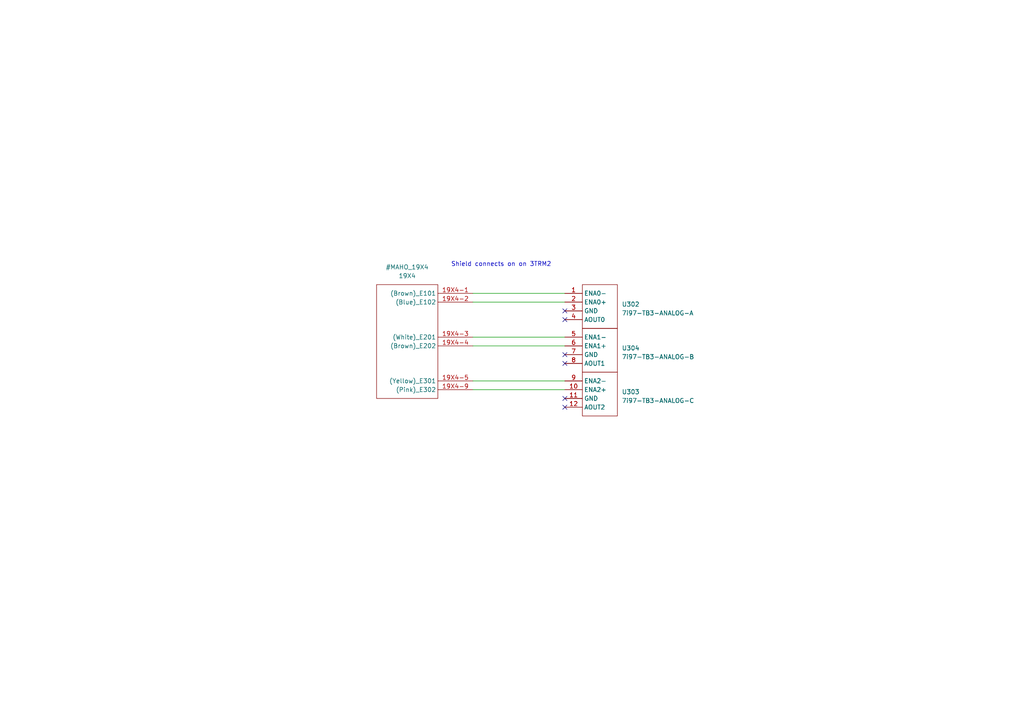
<source format=kicad_sch>
(kicad_sch (version 20230121) (generator eeschema)
  (paper "A4")
  (lib_symbols
    (symbol "MAHO:19Χ4"
      (property "Reference" "U" (at 0 22.86 0))
      (property "Value" "19Χ4" (at 0 20.32 0))
      (symbol "19Χ4_0_1"
        (rectangle (start -8.89 17.78) (end 8.89 -15.24))
      )
      (symbol "19Χ4_1_1"
        (pin passive line (at 19.05 15.24 180) (length 10.16) (name "(Brown)_E101") (number "19Χ4-1"))
        (pin passive line (at 19.05 12.7 180) (length 10.16) (name "(Blue)_E102") (number "19Χ4-2"))
        (pin passive line (at 19.05 2.54 180) (length 10.16) (name "(White)_E201") (number "19Χ4-3"))
        (pin passive line (at 19.05 0 180) (length 10.16) (name "(Brown)_E202") (number "19Χ4-4"))
        (pin passive line (at 19.05 -10.16 180) (length 10.16) (name "(Yellow)_E301") (number "19Χ4-5"))
        (pin passive line (at 19.05 -12.7 180) (length 10.16) (name "(Pink)_E302") (number "19Χ4-9"))
      )
    )
    (symbol "MAHO:7i97-TB3-ANALOG-A"
      (property "Reference" "U" (at 0 11.43 0))
      (property "Value" "7i97-TB3-ANALOG-A" (at 0 8.89 0))
      (symbol "7i97-TB3-ANALOG-A_0_1"
        (rectangle (start -5.08 6.35) (end 5.08 -6.35) (stroke (width 0.1524)))
      )
      (symbol "7i97-TB3-ANALOG-A_1_1"
        (pin passive line (at -10.16 3.81 0) (length 5.08) (name "ENA0-") (number "1"))
        (pin passive line (at -10.16 1.27 0) (length 5.08) (name "ENA0+") (number "2"))
        (pin passive line (at -10.16 -1.27 0) (length 5.08) (name "GND") (number "3"))
        (pin passive line (at -10.16 -3.81 0) (length 5.08) (name "AOUT0") (number "4"))
      )
    )
    (symbol "MAHO:7i97-TB3-ANALOG-B"
      (property "Reference" "U" (at -11.43 20.32 0))
      (property "Value" "7i97-TB3-ANALOG-B" (at -10.795 17.78 0))
      (symbol "7i97-TB3-ANALOG-B_0_1"
        (rectangle (start -17.78 3.81) (end -7.62 -8.89) (stroke (width 0.1524)))
      )
      (symbol "7i97-TB3-ANALOG-B_1_1"
        (pin passive line (at -22.86 1.27 0) (length 5.08) (name "ENA1-") (number "5"))
        (pin passive line (at -22.86 -1.27 0) (length 5.08) (name "ENA1+") (number "6"))
        (pin passive line (at -22.86 -3.81 0) (length 5.08) (name "GND") (number "7"))
        (pin passive line (at -22.86 -6.35 0) (length 5.08) (name "AOUT1") (number "8"))
      )
    )
    (symbol "MAHO:7i97-TB3-ANALOG-C"
      (property "Reference" "U" (at 0 11.43 0))
      (property "Value" "7i97-TB3-ANALOG-C" (at 0 8.89 0))
      (symbol "7i97-TB3-ANALOG-C_0_1"
        (rectangle (start -5.08 6.35) (end 5.08 -6.35) (stroke (width 0.1524)))
      )
      (symbol "7i97-TB3-ANALOG-C_1_1"
        (pin passive line (at -10.16 1.27 0) (length 5.08) (name "ENA2+") (number "10"))
        (pin passive line (at -10.16 -1.27 0) (length 5.08) (name "GND") (number "11"))
        (pin passive line (at -10.16 -3.81 0) (length 5.08) (name "AOUT2") (number "12"))
        (pin passive line (at -10.16 3.81 0) (length 5.08) (name "ENA2-") (number "9"))
      )
    )
  )
  (no_connect (at 163.83 115.57))
  (no_connect (at 163.83 102.87))
  (no_connect (at 163.83 90.17))
  (no_connect (at 163.83 105.41))
  (no_connect (at 163.83 92.71))
  (no_connect (at 163.83 118.11))
  (wire (pts (xy 137.16 87.63) (xy 163.83 87.63)))
  (wire (pts (xy 137.16 100.33) (xy 163.83 100.33)))
  (wire (pts (xy 137.16 110.49) (xy 163.83 110.49)))
  (wire (pts (xy 137.16 97.79) (xy 163.83 97.79)))
  (wire (pts (xy 137.16 113.03) (xy 163.83 113.03)))
  (wire (pts (xy 137.16 85.09) (xy 163.83 85.09)))
  (text "Shield connects on on 3TRM2" (at 130.81 77.47 0) (effects (font (size 1.27 1.27)) (justify left bottom)))
  (symbol (lib_id "MAHO:7i97-TB3-ANALOG-C") (at 173.99 114.3 0) (unit 1)
    (property "Reference" "U303" (at 180.34 113.665 0) (effects (justify left)))
    (property "Value" "7i97-TB3-ANALOG-C" (at 180.34 116.205 0) (effects (justify left)))
  )
  (symbol (lib_id "MAHO:7i97-TB3-ANALOG-B") (at 186.69 99.06 0) (unit 1)
    (property "Reference" "U304" (at 180.34 100.965 0) (effects (justify left)))
    (property "Value" "7i97-TB3-ANALOG-B" (at 180.34 103.505 0) (effects (justify left)))
  )
  (symbol (lib_id "MAHO:7i97-TB3-ANALOG-A") (at 173.99 88.9 0) (unit 1)
    (property "Reference" "U302" (at 180.34 88.265 0) (effects (justify left)))
    (property "Value" "7i97-TB3-ANALOG-A" (at 180.34 90.805 0) (effects (justify left)))
  )
  (symbol (lib_id "MAHO:19Χ4") (at 118.11 100.33 0) (unit 1)
    (property "Reference" "#MAHO_19X4" (at 118.11 77.47 0))
    (property "Value" "19Χ4" (at 118.11 80.01 0))
    (instances (project "retrofit" (path "" (reference "#MAHO_19X4") (unit 1)) (path "" (reference "U301") (unit 1))))
  )
)
</source>
